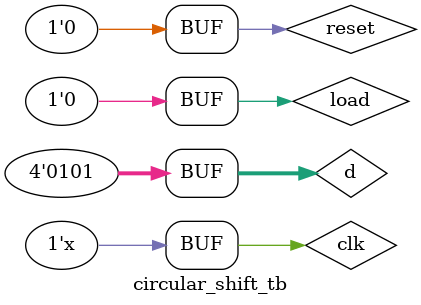
<source format=v>
module circular_shift(q,d,reset,clk,load);

	input reset,clk,load;
	input [3:0] d;
	output reg [3:0] q;

	always @(posedge clk or posedge reset or posedge load)
	begin
		if (load)
			q <= d;
		else if (reset)
			q <= 0;
		else begin
			q <= q << 1;
			q[0] <= q[3]; end
	end
endmodule

//test bench
module circular_shift_tb();

	reg reset,clk,load;
	reg [3:0] d;
	wire [3:0] q;

	circular_shift tb(q,d,reset,clk,load);
	
	initial
	begin
		clk = 0;
		reset = 1;
		#20 reset = 0;
		load = 1;
		#30 load = 0;
	end

	always #5 clk = ~clk;

	initial
	begin	
		#25 d = 4'b0101;
	end
endmodule



</source>
